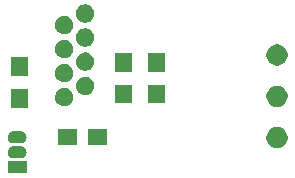
<source format=gbr>
G04 #@! TF.GenerationSoftware,KiCad,Pcbnew,(5.1.2)-2*
G04 #@! TF.CreationDate,2019-11-18T12:10:18+11:00*
G04 #@! TF.ProjectId,BoSL Probe,426f534c-2050-4726-9f62-652e6b696361,rev?*
G04 #@! TF.SameCoordinates,Original*
G04 #@! TF.FileFunction,Soldermask,Top*
G04 #@! TF.FilePolarity,Negative*
%FSLAX46Y46*%
G04 Gerber Fmt 4.6, Leading zero omitted, Abs format (unit mm)*
G04 Created by KiCad (PCBNEW (5.1.2)-2) date 2019-11-18 12:10:18*
%MOMM*%
%LPD*%
G04 APERTURE LIST*
%ADD10C,0.100000*%
G04 APERTURE END LIST*
D10*
G36*
X103801000Y-106501000D02*
G01*
X102199000Y-106501000D01*
X102199000Y-105499000D01*
X103801000Y-105499000D01*
X103801000Y-106501000D01*
X103801000Y-106501000D01*
G37*
G36*
X103398213Y-104236249D02*
G01*
X103492652Y-104264897D01*
X103579687Y-104311418D01*
X103655975Y-104374025D01*
X103718582Y-104450313D01*
X103765103Y-104537348D01*
X103793751Y-104631787D01*
X103803424Y-104730000D01*
X103793751Y-104828213D01*
X103765103Y-104922652D01*
X103718582Y-105009687D01*
X103655975Y-105085975D01*
X103579687Y-105148582D01*
X103492652Y-105195103D01*
X103398213Y-105223751D01*
X103324612Y-105231000D01*
X102675388Y-105231000D01*
X102601787Y-105223751D01*
X102507348Y-105195103D01*
X102420313Y-105148582D01*
X102344025Y-105085975D01*
X102281418Y-105009687D01*
X102234897Y-104922652D01*
X102206249Y-104828213D01*
X102196576Y-104730000D01*
X102206249Y-104631787D01*
X102234897Y-104537348D01*
X102281418Y-104450313D01*
X102344025Y-104374025D01*
X102420313Y-104311418D01*
X102507348Y-104264897D01*
X102601787Y-104236249D01*
X102675388Y-104229000D01*
X103324612Y-104229000D01*
X103398213Y-104236249D01*
X103398213Y-104236249D01*
G37*
G36*
X125113512Y-102603927D02*
G01*
X125262812Y-102633624D01*
X125426784Y-102701544D01*
X125574354Y-102800147D01*
X125699853Y-102925646D01*
X125798456Y-103073216D01*
X125866376Y-103237188D01*
X125901000Y-103411259D01*
X125901000Y-103588741D01*
X125866376Y-103762812D01*
X125798456Y-103926784D01*
X125699853Y-104074354D01*
X125574354Y-104199853D01*
X125426784Y-104298456D01*
X125262812Y-104366376D01*
X125113512Y-104396073D01*
X125088742Y-104401000D01*
X124911258Y-104401000D01*
X124886488Y-104396073D01*
X124737188Y-104366376D01*
X124573216Y-104298456D01*
X124425646Y-104199853D01*
X124300147Y-104074354D01*
X124201544Y-103926784D01*
X124133624Y-103762812D01*
X124099000Y-103588741D01*
X124099000Y-103411259D01*
X124133624Y-103237188D01*
X124201544Y-103073216D01*
X124300147Y-102925646D01*
X124425646Y-102800147D01*
X124573216Y-102701544D01*
X124737188Y-102633624D01*
X124886488Y-102603927D01*
X124911258Y-102599000D01*
X125088742Y-102599000D01*
X125113512Y-102603927D01*
X125113512Y-102603927D01*
G37*
G36*
X110601000Y-104076000D02*
G01*
X108999000Y-104076000D01*
X108999000Y-102724000D01*
X110601000Y-102724000D01*
X110601000Y-104076000D01*
X110601000Y-104076000D01*
G37*
G36*
X108101000Y-104076000D02*
G01*
X106499000Y-104076000D01*
X106499000Y-102724000D01*
X108101000Y-102724000D01*
X108101000Y-104076000D01*
X108101000Y-104076000D01*
G37*
G36*
X103398213Y-102966249D02*
G01*
X103492652Y-102994897D01*
X103579687Y-103041418D01*
X103655975Y-103104025D01*
X103718582Y-103180313D01*
X103765103Y-103267348D01*
X103793751Y-103361787D01*
X103803424Y-103460000D01*
X103793751Y-103558213D01*
X103765103Y-103652652D01*
X103718582Y-103739687D01*
X103655975Y-103815975D01*
X103579687Y-103878582D01*
X103492652Y-103925103D01*
X103398213Y-103953751D01*
X103324612Y-103961000D01*
X102675388Y-103961000D01*
X102601787Y-103953751D01*
X102507348Y-103925103D01*
X102420313Y-103878582D01*
X102344025Y-103815975D01*
X102281418Y-103739687D01*
X102234897Y-103652652D01*
X102206249Y-103558213D01*
X102196576Y-103460000D01*
X102206249Y-103361787D01*
X102234897Y-103267348D01*
X102281418Y-103180313D01*
X102344025Y-103104025D01*
X102420313Y-103041418D01*
X102507348Y-102994897D01*
X102601787Y-102966249D01*
X102675388Y-102959000D01*
X103324612Y-102959000D01*
X103398213Y-102966249D01*
X103398213Y-102966249D01*
G37*
G36*
X103901000Y-101001000D02*
G01*
X102499000Y-101001000D01*
X102499000Y-99399000D01*
X103901000Y-99399000D01*
X103901000Y-101001000D01*
X103901000Y-101001000D01*
G37*
G36*
X125113512Y-99103927D02*
G01*
X125262812Y-99133624D01*
X125426784Y-99201544D01*
X125574354Y-99300147D01*
X125699853Y-99425646D01*
X125798456Y-99573216D01*
X125866376Y-99737188D01*
X125901000Y-99911259D01*
X125901000Y-100088741D01*
X125866376Y-100262812D01*
X125798456Y-100426784D01*
X125699853Y-100574354D01*
X125574354Y-100699853D01*
X125426784Y-100798456D01*
X125262812Y-100866376D01*
X125113512Y-100896073D01*
X125088742Y-100901000D01*
X124911258Y-100901000D01*
X124886488Y-100896073D01*
X124737188Y-100866376D01*
X124573216Y-100798456D01*
X124425646Y-100699853D01*
X124300147Y-100574354D01*
X124201544Y-100426784D01*
X124133624Y-100262812D01*
X124099000Y-100088741D01*
X124099000Y-99911259D01*
X124133624Y-99737188D01*
X124201544Y-99573216D01*
X124300147Y-99425646D01*
X124425646Y-99300147D01*
X124573216Y-99201544D01*
X124737188Y-99133624D01*
X124886488Y-99103927D01*
X124911258Y-99099000D01*
X125088742Y-99099000D01*
X125113512Y-99103927D01*
X125113512Y-99103927D01*
G37*
G36*
X107216348Y-99333820D02*
G01*
X107216350Y-99333821D01*
X107216351Y-99333821D01*
X107357574Y-99392317D01*
X107357577Y-99392319D01*
X107484669Y-99477239D01*
X107592761Y-99585331D01*
X107671224Y-99702759D01*
X107677683Y-99712426D01*
X107708854Y-99787681D01*
X107736180Y-99853652D01*
X107766000Y-100003569D01*
X107766000Y-100156431D01*
X107744840Y-100262812D01*
X107736179Y-100306351D01*
X107677683Y-100447574D01*
X107677681Y-100447577D01*
X107592761Y-100574669D01*
X107484669Y-100682761D01*
X107357577Y-100767681D01*
X107357574Y-100767683D01*
X107216351Y-100826179D01*
X107216350Y-100826179D01*
X107216348Y-100826180D01*
X107066431Y-100856000D01*
X106913569Y-100856000D01*
X106763652Y-100826180D01*
X106763650Y-100826179D01*
X106763649Y-100826179D01*
X106622426Y-100767683D01*
X106622423Y-100767681D01*
X106495331Y-100682761D01*
X106387239Y-100574669D01*
X106302319Y-100447577D01*
X106302317Y-100447574D01*
X106243821Y-100306351D01*
X106235161Y-100262812D01*
X106214000Y-100156431D01*
X106214000Y-100003569D01*
X106243820Y-99853652D01*
X106271146Y-99787681D01*
X106302317Y-99712426D01*
X106308776Y-99702759D01*
X106387239Y-99585331D01*
X106495331Y-99477239D01*
X106622423Y-99392319D01*
X106622426Y-99392317D01*
X106763649Y-99333821D01*
X106763650Y-99333821D01*
X106763652Y-99333820D01*
X106913569Y-99304000D01*
X107066431Y-99304000D01*
X107216348Y-99333820D01*
X107216348Y-99333820D01*
G37*
G36*
X115501000Y-100601000D02*
G01*
X114099000Y-100601000D01*
X114099000Y-98999000D01*
X115501000Y-98999000D01*
X115501000Y-100601000D01*
X115501000Y-100601000D01*
G37*
G36*
X112701000Y-100601000D02*
G01*
X111299000Y-100601000D01*
X111299000Y-98999000D01*
X112701000Y-98999000D01*
X112701000Y-100601000D01*
X112701000Y-100601000D01*
G37*
G36*
X108994348Y-98353820D02*
G01*
X108994350Y-98353821D01*
X108994351Y-98353821D01*
X109135574Y-98412317D01*
X109135577Y-98412319D01*
X109262669Y-98497239D01*
X109370761Y-98605331D01*
X109452514Y-98727683D01*
X109455683Y-98732426D01*
X109477948Y-98786180D01*
X109514180Y-98873652D01*
X109544000Y-99023569D01*
X109544000Y-99176431D01*
X109519392Y-99300147D01*
X109514179Y-99326351D01*
X109455683Y-99467574D01*
X109455681Y-99467577D01*
X109370761Y-99594669D01*
X109262669Y-99702761D01*
X109135577Y-99787681D01*
X109135574Y-99787683D01*
X108994351Y-99846179D01*
X108994350Y-99846179D01*
X108994348Y-99846180D01*
X108844431Y-99876000D01*
X108691569Y-99876000D01*
X108541652Y-99846180D01*
X108541650Y-99846179D01*
X108541649Y-99846179D01*
X108400426Y-99787683D01*
X108400423Y-99787681D01*
X108273331Y-99702761D01*
X108165239Y-99594669D01*
X108080319Y-99467577D01*
X108080317Y-99467574D01*
X108021821Y-99326351D01*
X108016609Y-99300147D01*
X107992000Y-99176431D01*
X107992000Y-99023569D01*
X108021820Y-98873652D01*
X108058052Y-98786180D01*
X108080317Y-98732426D01*
X108083486Y-98727683D01*
X108165239Y-98605331D01*
X108273331Y-98497239D01*
X108400423Y-98412319D01*
X108400426Y-98412317D01*
X108541649Y-98353821D01*
X108541650Y-98353821D01*
X108541652Y-98353820D01*
X108691569Y-98324000D01*
X108844431Y-98324000D01*
X108994348Y-98353820D01*
X108994348Y-98353820D01*
G37*
G36*
X107216348Y-97293820D02*
G01*
X107216350Y-97293821D01*
X107216351Y-97293821D01*
X107357574Y-97352317D01*
X107357577Y-97352319D01*
X107484669Y-97437239D01*
X107592761Y-97545331D01*
X107671224Y-97662759D01*
X107677683Y-97672426D01*
X107736179Y-97813649D01*
X107766000Y-97963571D01*
X107766000Y-98116429D01*
X107736179Y-98266351D01*
X107677683Y-98407574D01*
X107677681Y-98407577D01*
X107592761Y-98534669D01*
X107484669Y-98642761D01*
X107357577Y-98727681D01*
X107357574Y-98727683D01*
X107216351Y-98786179D01*
X107216350Y-98786179D01*
X107216348Y-98786180D01*
X107066431Y-98816000D01*
X106913569Y-98816000D01*
X106763652Y-98786180D01*
X106763650Y-98786179D01*
X106763649Y-98786179D01*
X106622426Y-98727683D01*
X106622423Y-98727681D01*
X106495331Y-98642761D01*
X106387239Y-98534669D01*
X106302319Y-98407577D01*
X106302317Y-98407574D01*
X106243821Y-98266351D01*
X106214000Y-98116429D01*
X106214000Y-97963571D01*
X106243821Y-97813649D01*
X106302317Y-97672426D01*
X106308776Y-97662759D01*
X106387239Y-97545331D01*
X106495331Y-97437239D01*
X106622423Y-97352319D01*
X106622426Y-97352317D01*
X106763649Y-97293821D01*
X106763650Y-97293821D01*
X106763652Y-97293820D01*
X106913569Y-97264000D01*
X107066431Y-97264000D01*
X107216348Y-97293820D01*
X107216348Y-97293820D01*
G37*
G36*
X103901000Y-98301000D02*
G01*
X102499000Y-98301000D01*
X102499000Y-96699000D01*
X103901000Y-96699000D01*
X103901000Y-98301000D01*
X103901000Y-98301000D01*
G37*
G36*
X115501000Y-97901000D02*
G01*
X114099000Y-97901000D01*
X114099000Y-96299000D01*
X115501000Y-96299000D01*
X115501000Y-97901000D01*
X115501000Y-97901000D01*
G37*
G36*
X112701000Y-97901000D02*
G01*
X111299000Y-97901000D01*
X111299000Y-96299000D01*
X112701000Y-96299000D01*
X112701000Y-97901000D01*
X112701000Y-97901000D01*
G37*
G36*
X108994348Y-96313820D02*
G01*
X108994350Y-96313821D01*
X108994351Y-96313821D01*
X109135574Y-96372317D01*
X109135577Y-96372319D01*
X109262669Y-96457239D01*
X109370761Y-96565331D01*
X109452514Y-96687683D01*
X109455683Y-96692426D01*
X109490300Y-96776000D01*
X109514180Y-96833652D01*
X109544000Y-96983569D01*
X109544000Y-97136431D01*
X109531385Y-97199853D01*
X109514179Y-97286351D01*
X109455683Y-97427574D01*
X109455681Y-97427577D01*
X109370761Y-97554669D01*
X109262669Y-97662761D01*
X109135577Y-97747681D01*
X109135574Y-97747683D01*
X108994351Y-97806179D01*
X108994350Y-97806179D01*
X108994348Y-97806180D01*
X108844431Y-97836000D01*
X108691569Y-97836000D01*
X108541652Y-97806180D01*
X108541650Y-97806179D01*
X108541649Y-97806179D01*
X108400426Y-97747683D01*
X108400423Y-97747681D01*
X108273331Y-97662761D01*
X108165239Y-97554669D01*
X108080319Y-97427577D01*
X108080317Y-97427574D01*
X108021821Y-97286351D01*
X108004616Y-97199853D01*
X107992000Y-97136431D01*
X107992000Y-96983569D01*
X108021820Y-96833652D01*
X108045700Y-96776000D01*
X108080317Y-96692426D01*
X108083486Y-96687683D01*
X108165239Y-96565331D01*
X108273331Y-96457239D01*
X108400423Y-96372319D01*
X108400426Y-96372317D01*
X108541649Y-96313821D01*
X108541650Y-96313821D01*
X108541652Y-96313820D01*
X108691569Y-96284000D01*
X108844431Y-96284000D01*
X108994348Y-96313820D01*
X108994348Y-96313820D01*
G37*
G36*
X125113512Y-95603927D02*
G01*
X125262812Y-95633624D01*
X125426784Y-95701544D01*
X125574354Y-95800147D01*
X125699853Y-95925646D01*
X125798456Y-96073216D01*
X125866376Y-96237188D01*
X125901000Y-96411259D01*
X125901000Y-96588741D01*
X125866376Y-96762812D01*
X125798456Y-96926784D01*
X125699853Y-97074354D01*
X125574354Y-97199853D01*
X125426784Y-97298456D01*
X125262812Y-97366376D01*
X125113512Y-97396073D01*
X125088742Y-97401000D01*
X124911258Y-97401000D01*
X124886488Y-97396073D01*
X124737188Y-97366376D01*
X124573216Y-97298456D01*
X124425646Y-97199853D01*
X124300147Y-97074354D01*
X124201544Y-96926784D01*
X124133624Y-96762812D01*
X124099000Y-96588741D01*
X124099000Y-96411259D01*
X124133624Y-96237188D01*
X124201544Y-96073216D01*
X124300147Y-95925646D01*
X124425646Y-95800147D01*
X124573216Y-95701544D01*
X124737188Y-95633624D01*
X124886488Y-95603927D01*
X124911258Y-95599000D01*
X125088742Y-95599000D01*
X125113512Y-95603927D01*
X125113512Y-95603927D01*
G37*
G36*
X107216348Y-95253820D02*
G01*
X107216350Y-95253821D01*
X107216351Y-95253821D01*
X107357574Y-95312317D01*
X107357577Y-95312319D01*
X107484669Y-95397239D01*
X107592761Y-95505331D01*
X107671224Y-95622759D01*
X107677683Y-95632426D01*
X107736179Y-95773649D01*
X107766000Y-95923571D01*
X107766000Y-96076429D01*
X107736179Y-96226351D01*
X107677683Y-96367574D01*
X107677681Y-96367577D01*
X107592761Y-96494669D01*
X107484669Y-96602761D01*
X107357577Y-96687681D01*
X107357574Y-96687683D01*
X107216351Y-96746179D01*
X107216350Y-96746179D01*
X107216348Y-96746180D01*
X107066431Y-96776000D01*
X106913569Y-96776000D01*
X106763652Y-96746180D01*
X106763650Y-96746179D01*
X106763649Y-96746179D01*
X106622426Y-96687683D01*
X106622423Y-96687681D01*
X106495331Y-96602761D01*
X106387239Y-96494669D01*
X106302319Y-96367577D01*
X106302317Y-96367574D01*
X106243821Y-96226351D01*
X106214000Y-96076429D01*
X106214000Y-95923571D01*
X106243821Y-95773649D01*
X106302317Y-95632426D01*
X106308776Y-95622759D01*
X106387239Y-95505331D01*
X106495331Y-95397239D01*
X106622423Y-95312319D01*
X106622426Y-95312317D01*
X106763649Y-95253821D01*
X106763650Y-95253821D01*
X106763652Y-95253820D01*
X106913569Y-95224000D01*
X107066431Y-95224000D01*
X107216348Y-95253820D01*
X107216348Y-95253820D01*
G37*
G36*
X108994348Y-94273820D02*
G01*
X108994350Y-94273821D01*
X108994351Y-94273821D01*
X109135574Y-94332317D01*
X109135577Y-94332319D01*
X109262669Y-94417239D01*
X109370761Y-94525331D01*
X109452514Y-94647683D01*
X109455683Y-94652426D01*
X109514179Y-94793649D01*
X109544000Y-94943571D01*
X109544000Y-95096429D01*
X109514179Y-95246351D01*
X109455683Y-95387574D01*
X109455681Y-95387577D01*
X109370761Y-95514669D01*
X109262669Y-95622761D01*
X109144762Y-95701544D01*
X109135574Y-95707683D01*
X108994351Y-95766179D01*
X108994350Y-95766179D01*
X108994348Y-95766180D01*
X108844431Y-95796000D01*
X108691569Y-95796000D01*
X108541652Y-95766180D01*
X108541650Y-95766179D01*
X108541649Y-95766179D01*
X108400426Y-95707683D01*
X108391238Y-95701544D01*
X108273331Y-95622761D01*
X108165239Y-95514669D01*
X108080319Y-95387577D01*
X108080317Y-95387574D01*
X108021821Y-95246351D01*
X107992000Y-95096429D01*
X107992000Y-94943571D01*
X108021821Y-94793649D01*
X108080317Y-94652426D01*
X108083486Y-94647683D01*
X108165239Y-94525331D01*
X108273331Y-94417239D01*
X108400423Y-94332319D01*
X108400426Y-94332317D01*
X108541649Y-94273821D01*
X108541650Y-94273821D01*
X108541652Y-94273820D01*
X108691569Y-94244000D01*
X108844431Y-94244000D01*
X108994348Y-94273820D01*
X108994348Y-94273820D01*
G37*
G36*
X107216348Y-93213820D02*
G01*
X107216350Y-93213821D01*
X107216351Y-93213821D01*
X107357574Y-93272317D01*
X107357577Y-93272319D01*
X107484669Y-93357239D01*
X107592761Y-93465331D01*
X107671224Y-93582759D01*
X107677683Y-93592426D01*
X107736179Y-93733649D01*
X107766000Y-93883571D01*
X107766000Y-94036429D01*
X107736179Y-94186351D01*
X107677683Y-94327574D01*
X107677681Y-94327577D01*
X107592761Y-94454669D01*
X107484669Y-94562761D01*
X107357577Y-94647681D01*
X107357574Y-94647683D01*
X107216351Y-94706179D01*
X107216350Y-94706179D01*
X107216348Y-94706180D01*
X107066431Y-94736000D01*
X106913569Y-94736000D01*
X106763652Y-94706180D01*
X106763650Y-94706179D01*
X106763649Y-94706179D01*
X106622426Y-94647683D01*
X106622423Y-94647681D01*
X106495331Y-94562761D01*
X106387239Y-94454669D01*
X106302319Y-94327577D01*
X106302317Y-94327574D01*
X106243821Y-94186351D01*
X106214000Y-94036429D01*
X106214000Y-93883571D01*
X106243821Y-93733649D01*
X106302317Y-93592426D01*
X106308776Y-93582759D01*
X106387239Y-93465331D01*
X106495331Y-93357239D01*
X106622423Y-93272319D01*
X106622426Y-93272317D01*
X106763649Y-93213821D01*
X106763650Y-93213821D01*
X106763652Y-93213820D01*
X106913569Y-93184000D01*
X107066431Y-93184000D01*
X107216348Y-93213820D01*
X107216348Y-93213820D01*
G37*
G36*
X108994348Y-92233820D02*
G01*
X108994350Y-92233821D01*
X108994351Y-92233821D01*
X109135574Y-92292317D01*
X109135577Y-92292319D01*
X109262669Y-92377239D01*
X109370761Y-92485331D01*
X109455681Y-92612423D01*
X109455683Y-92612426D01*
X109514179Y-92753649D01*
X109544000Y-92903571D01*
X109544000Y-93056429D01*
X109514179Y-93206351D01*
X109455683Y-93347574D01*
X109455681Y-93347577D01*
X109370761Y-93474669D01*
X109262669Y-93582761D01*
X109135577Y-93667681D01*
X109135574Y-93667683D01*
X108994351Y-93726179D01*
X108994350Y-93726179D01*
X108994348Y-93726180D01*
X108844431Y-93756000D01*
X108691569Y-93756000D01*
X108541652Y-93726180D01*
X108541650Y-93726179D01*
X108541649Y-93726179D01*
X108400426Y-93667683D01*
X108400423Y-93667681D01*
X108273331Y-93582761D01*
X108165239Y-93474669D01*
X108080319Y-93347577D01*
X108080317Y-93347574D01*
X108021821Y-93206351D01*
X107992000Y-93056429D01*
X107992000Y-92903571D01*
X108021821Y-92753649D01*
X108080317Y-92612426D01*
X108080319Y-92612423D01*
X108165239Y-92485331D01*
X108273331Y-92377239D01*
X108400423Y-92292319D01*
X108400426Y-92292317D01*
X108541649Y-92233821D01*
X108541650Y-92233821D01*
X108541652Y-92233820D01*
X108691569Y-92204000D01*
X108844431Y-92204000D01*
X108994348Y-92233820D01*
X108994348Y-92233820D01*
G37*
M02*

</source>
